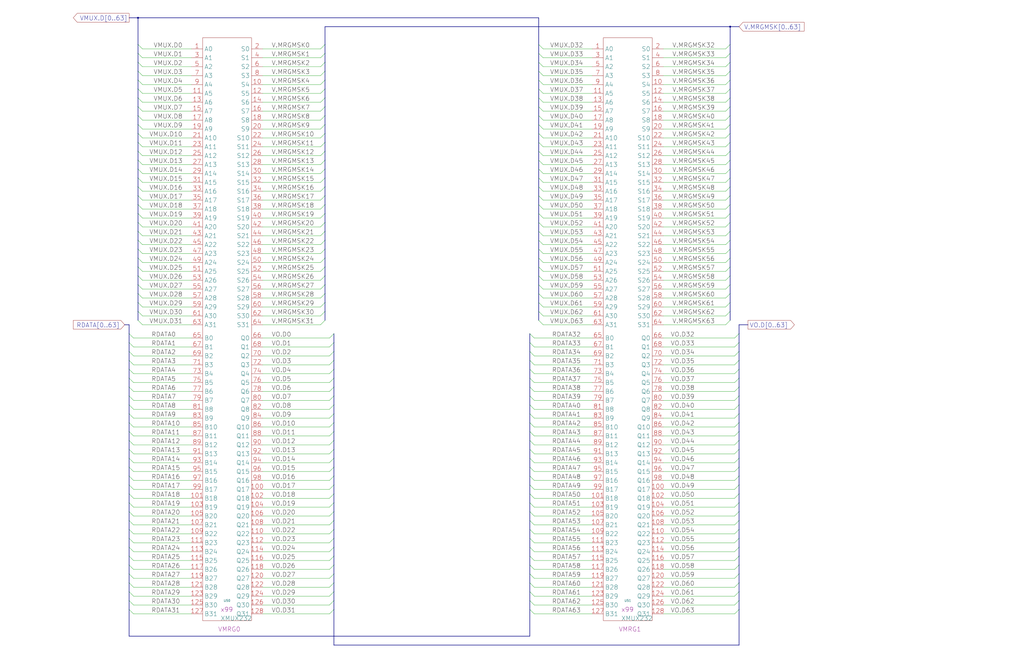
<source format=kicad_sch>
(kicad_sch (version 20230121) (generator eeschema)
  (paper "User" 584.2 378.46)
  (title_block (title "MERGER / VALUE HALF MSB'S") (date "20-MAR-90") (rev "1.0") (comment 1 "FIU") (comment 2 "232-003065") (comment 3 "S400") (comment 4 "RELEASED"))
  (junction (at 416.56 15.24))
  (junction (at 78.74 10.16))
  (bus_entry (at 73.66 342.9) (size 2.54 2.54))
  (bus_entry (at 421.64 205.74) (size -2.54 2.54))
  (bus_entry (at 416.56 25.4) (size -2.54 2.54))
  (bus_entry (at 185.42 81.28) (size -2.54 2.54))
  (bus_entry (at 78.74 45.72) (size 2.54 2.54))
  (bus_entry (at 78.74 76.2) (size 2.54 2.54))
  (bus_entry (at 421.64 287.02) (size -2.54 2.54))
  (bus_entry (at 307.34 121.92) (size 2.54 2.54))
  (bus_entry (at 185.42 60.96) (size -2.54 2.54))
  (bus_entry (at 302.26 287.02) (size 2.54 2.54))
  (bus_entry (at 302.26 195.58) (size 2.54 2.54))
  (bus_entry (at 73.66 312.42) (size 2.54 2.54))
  (bus_entry (at 78.74 147.32) (size 2.54 2.54))
  (bus_entry (at 190.5 342.9) (size -2.54 2.54))
  (bus_entry (at 416.56 55.88) (size -2.54 2.54))
  (bus_entry (at 73.66 241.3) (size 2.54 2.54))
  (bus_entry (at 416.56 50.8) (size -2.54 2.54))
  (bus_entry (at 307.34 86.36) (size 2.54 2.54))
  (bus_entry (at 307.34 132.08) (size 2.54 2.54))
  (bus_entry (at 416.56 121.92) (size -2.54 2.54))
  (bus_entry (at 421.64 231.14) (size -2.54 2.54))
  (bus_entry (at 73.66 226.06) (size 2.54 2.54))
  (bus_entry (at 421.64 246.38) (size -2.54 2.54))
  (bus_entry (at 302.26 200.66) (size 2.54 2.54))
  (bus_entry (at 302.26 215.9) (size 2.54 2.54))
  (bus_entry (at 190.5 292.1) (size -2.54 2.54))
  (bus_entry (at 185.42 71.12) (size -2.54 2.54))
  (bus_entry (at 190.5 210.82) (size -2.54 2.54))
  (bus_entry (at 307.34 167.64) (size 2.54 2.54))
  (bus_entry (at 302.26 236.22) (size 2.54 2.54))
  (bus_entry (at 307.34 96.52) (size 2.54 2.54))
  (bus_entry (at 416.56 142.24) (size -2.54 2.54))
  (bus_entry (at 185.42 162.56) (size -2.54 2.54))
  (bus_entry (at 73.66 347.98) (size 2.54 2.54))
  (bus_entry (at 78.74 40.64) (size 2.54 2.54))
  (bus_entry (at 307.34 25.4) (size 2.54 2.54))
  (bus_entry (at 421.64 220.98) (size -2.54 2.54))
  (bus_entry (at 78.74 172.72) (size 2.54 2.54))
  (bus_entry (at 416.56 127) (size -2.54 2.54))
  (bus_entry (at 185.42 172.72) (size -2.54 2.54))
  (bus_entry (at 302.26 210.82) (size 2.54 2.54))
  (bus_entry (at 190.5 281.94) (size -2.54 2.54))
  (bus_entry (at 307.34 157.48) (size 2.54 2.54))
  (bus_entry (at 302.26 292.1) (size 2.54 2.54))
  (bus_entry (at 416.56 101.6) (size -2.54 2.54))
  (bus_entry (at 78.74 60.96) (size 2.54 2.54))
  (bus_entry (at 307.34 40.64) (size 2.54 2.54))
  (bus_entry (at 73.66 276.86) (size 2.54 2.54))
  (bus_entry (at 302.26 312.42) (size 2.54 2.54))
  (bus_entry (at 190.5 287.02) (size -2.54 2.54))
  (bus_entry (at 307.34 30.48) (size 2.54 2.54))
  (bus_entry (at 78.74 101.6) (size 2.54 2.54))
  (bus_entry (at 190.5 220.98) (size -2.54 2.54))
  (bus_entry (at 421.64 241.3) (size -2.54 2.54))
  (bus_entry (at 185.42 106.68) (size -2.54 2.54))
  (bus_entry (at 416.56 157.48) (size -2.54 2.54))
  (bus_entry (at 307.34 55.88) (size 2.54 2.54))
  (bus_entry (at 421.64 266.7) (size -2.54 2.54))
  (bus_entry (at 78.74 142.24) (size 2.54 2.54))
  (bus_entry (at 190.5 327.66) (size -2.54 2.54))
  (bus_entry (at 421.64 190.5) (size -2.54 2.54))
  (bus_entry (at 185.42 86.36) (size -2.54 2.54))
  (bus_entry (at 78.74 66.04) (size 2.54 2.54))
  (bus_entry (at 421.64 256.54) (size -2.54 2.54))
  (bus_entry (at 307.34 111.76) (size 2.54 2.54))
  (bus_entry (at 307.34 162.56) (size 2.54 2.54))
  (bus_entry (at 73.66 195.58) (size 2.54 2.54))
  (bus_entry (at 421.64 226.06) (size -2.54 2.54))
  (bus_entry (at 190.5 337.82) (size -2.54 2.54))
  (bus_entry (at 185.42 132.08) (size -2.54 2.54))
  (bus_entry (at 73.66 200.66) (size 2.54 2.54))
  (bus_entry (at 78.74 121.92) (size 2.54 2.54))
  (bus_entry (at 73.66 231.14) (size 2.54 2.54))
  (bus_entry (at 185.42 40.64) (size -2.54 2.54))
  (bus_entry (at 302.26 266.7) (size 2.54 2.54))
  (bus_entry (at 416.56 81.28) (size -2.54 2.54))
  (bus_entry (at 416.56 30.48) (size -2.54 2.54))
  (bus_entry (at 302.26 246.38) (size 2.54 2.54))
  (bus_entry (at 421.64 200.66) (size -2.54 2.54))
  (bus_entry (at 421.64 312.42) (size -2.54 2.54))
  (bus_entry (at 302.26 256.54) (size 2.54 2.54))
  (bus_entry (at 185.42 66.04) (size -2.54 2.54))
  (bus_entry (at 78.74 152.4) (size 2.54 2.54))
  (bus_entry (at 190.5 246.38) (size -2.54 2.54))
  (bus_entry (at 302.26 190.5) (size 2.54 2.54))
  (bus_entry (at 73.66 287.02) (size 2.54 2.54))
  (bus_entry (at 416.56 152.4) (size -2.54 2.54))
  (bus_entry (at 78.74 50.8) (size 2.54 2.54))
  (bus_entry (at 421.64 322.58) (size -2.54 2.54))
  (bus_entry (at 185.42 101.6) (size -2.54 2.54))
  (bus_entry (at 416.56 132.08) (size -2.54 2.54))
  (bus_entry (at 73.66 215.9) (size 2.54 2.54))
  (bus_entry (at 185.42 152.4) (size -2.54 2.54))
  (bus_entry (at 307.34 35.56) (size 2.54 2.54))
  (bus_entry (at 416.56 66.04) (size -2.54 2.54))
  (bus_entry (at 302.26 342.9) (size 2.54 2.54))
  (bus_entry (at 190.5 226.06) (size -2.54 2.54))
  (bus_entry (at 190.5 322.58) (size -2.54 2.54))
  (bus_entry (at 302.26 307.34) (size 2.54 2.54))
  (bus_entry (at 78.74 55.88) (size 2.54 2.54))
  (bus_entry (at 416.56 106.68) (size -2.54 2.54))
  (bus_entry (at 185.42 25.4) (size -2.54 2.54))
  (bus_entry (at 185.42 30.48) (size -2.54 2.54))
  (bus_entry (at 78.74 35.56) (size 2.54 2.54))
  (bus_entry (at 78.74 86.36) (size 2.54 2.54))
  (bus_entry (at 190.5 347.98) (size -2.54 2.54))
  (bus_entry (at 190.5 236.22) (size -2.54 2.54))
  (bus_entry (at 78.74 116.84) (size 2.54 2.54))
  (bus_entry (at 78.74 157.48) (size 2.54 2.54))
  (bus_entry (at 185.42 76.2) (size -2.54 2.54))
  (bus_entry (at 416.56 137.16) (size -2.54 2.54))
  (bus_entry (at 185.42 167.64) (size -2.54 2.54))
  (bus_entry (at 416.56 167.64) (size -2.54 2.54))
  (bus_entry (at 421.64 302.26) (size -2.54 2.54))
  (bus_entry (at 307.34 66.04) (size 2.54 2.54))
  (bus_entry (at 307.34 76.2) (size 2.54 2.54))
  (bus_entry (at 190.5 195.58) (size -2.54 2.54))
  (bus_entry (at 307.34 45.72) (size 2.54 2.54))
  (bus_entry (at 73.66 302.26) (size 2.54 2.54))
  (bus_entry (at 78.74 25.4) (size 2.54 2.54))
  (bus_entry (at 302.26 261.62) (size 2.54 2.54))
  (bus_entry (at 302.26 226.06) (size 2.54 2.54))
  (bus_entry (at 307.34 152.4) (size 2.54 2.54))
  (bus_entry (at 73.66 236.22) (size 2.54 2.54))
  (bus_entry (at 190.5 215.9) (size -2.54 2.54))
  (bus_entry (at 416.56 60.96) (size -2.54 2.54))
  (bus_entry (at 78.74 111.76) (size 2.54 2.54))
  (bus_entry (at 421.64 261.62) (size -2.54 2.54))
  (bus_entry (at 185.42 121.92) (size -2.54 2.54))
  (bus_entry (at 307.34 172.72) (size 2.54 2.54))
  (bus_entry (at 185.42 96.52) (size -2.54 2.54))
  (bus_entry (at 421.64 342.9) (size -2.54 2.54))
  (bus_entry (at 185.42 177.8) (size -2.54 2.54))
  (bus_entry (at 78.74 91.44) (size 2.54 2.54))
  (bus_entry (at 421.64 215.9) (size -2.54 2.54))
  (bus_entry (at 185.42 91.44) (size -2.54 2.54))
  (bus_entry (at 416.56 177.8) (size -2.54 2.54))
  (bus_entry (at 78.74 127) (size 2.54 2.54))
  (bus_entry (at 416.56 111.76) (size -2.54 2.54))
  (bus_entry (at 73.66 337.82) (size 2.54 2.54))
  (bus_entry (at 73.66 266.7) (size 2.54 2.54))
  (bus_entry (at 302.26 347.98) (size 2.54 2.54))
  (bus_entry (at 302.26 241.3) (size 2.54 2.54))
  (bus_entry (at 190.5 231.14) (size -2.54 2.54))
  (bus_entry (at 421.64 317.5) (size -2.54 2.54))
  (bus_entry (at 421.64 292.1) (size -2.54 2.54))
  (bus_entry (at 416.56 172.72) (size -2.54 2.54))
  (bus_entry (at 302.26 220.98) (size 2.54 2.54))
  (bus_entry (at 421.64 332.74) (size -2.54 2.54))
  (bus_entry (at 307.34 177.8) (size 2.54 2.54))
  (bus_entry (at 302.26 281.94) (size 2.54 2.54))
  (bus_entry (at 307.34 81.28) (size 2.54 2.54))
  (bus_entry (at 302.26 251.46) (size 2.54 2.54))
  (bus_entry (at 185.42 157.48) (size -2.54 2.54))
  (bus_entry (at 185.42 45.72) (size -2.54 2.54))
  (bus_entry (at 421.64 337.82) (size -2.54 2.54))
  (bus_entry (at 78.74 81.28) (size 2.54 2.54))
  (bus_entry (at 73.66 297.18) (size 2.54 2.54))
  (bus_entry (at 302.26 322.58) (size 2.54 2.54))
  (bus_entry (at 73.66 327.66) (size 2.54 2.54))
  (bus_entry (at 421.64 281.94) (size -2.54 2.54))
  (bus_entry (at 421.64 195.58) (size -2.54 2.54))
  (bus_entry (at 73.66 256.54) (size 2.54 2.54))
  (bus_entry (at 190.5 261.62) (size -2.54 2.54))
  (bus_entry (at 73.66 205.74) (size 2.54 2.54))
  (bus_entry (at 421.64 307.34) (size -2.54 2.54))
  (bus_entry (at 190.5 266.7) (size -2.54 2.54))
  (bus_entry (at 73.66 271.78) (size 2.54 2.54))
  (bus_entry (at 302.26 231.14) (size 2.54 2.54))
  (bus_entry (at 416.56 182.88) (size -2.54 2.54))
  (bus_entry (at 416.56 147.32) (size -2.54 2.54))
  (bus_entry (at 78.74 106.68) (size 2.54 2.54))
  (bus_entry (at 73.66 246.38) (size 2.54 2.54))
  (bus_entry (at 421.64 347.98) (size -2.54 2.54))
  (bus_entry (at 190.5 332.74) (size -2.54 2.54))
  (bus_entry (at 190.5 256.54) (size -2.54 2.54))
  (bus_entry (at 421.64 251.46) (size -2.54 2.54))
  (bus_entry (at 190.5 302.26) (size -2.54 2.54))
  (bus_entry (at 416.56 45.72) (size -2.54 2.54))
  (bus_entry (at 416.56 116.84) (size -2.54 2.54))
  (bus_entry (at 185.42 111.76) (size -2.54 2.54))
  (bus_entry (at 190.5 276.86) (size -2.54 2.54))
  (bus_entry (at 307.34 91.44) (size 2.54 2.54))
  (bus_entry (at 190.5 241.3) (size -2.54 2.54))
  (bus_entry (at 302.26 337.82) (size 2.54 2.54))
  (bus_entry (at 185.42 142.24) (size -2.54 2.54))
  (bus_entry (at 78.74 71.12) (size 2.54 2.54))
  (bus_entry (at 421.64 276.86) (size -2.54 2.54))
  (bus_entry (at 185.42 35.56) (size -2.54 2.54))
  (bus_entry (at 78.74 132.08) (size 2.54 2.54))
  (bus_entry (at 73.66 281.94) (size 2.54 2.54))
  (bus_entry (at 190.5 251.46) (size -2.54 2.54))
  (bus_entry (at 185.42 50.8) (size -2.54 2.54))
  (bus_entry (at 307.34 147.32) (size 2.54 2.54))
  (bus_entry (at 307.34 106.68) (size 2.54 2.54))
  (bus_entry (at 307.34 116.84) (size 2.54 2.54))
  (bus_entry (at 185.42 137.16) (size -2.54 2.54))
  (bus_entry (at 78.74 96.52) (size 2.54 2.54))
  (bus_entry (at 302.26 205.74) (size 2.54 2.54))
  (bus_entry (at 78.74 167.64) (size 2.54 2.54))
  (bus_entry (at 416.56 40.64) (size -2.54 2.54))
  (bus_entry (at 185.42 182.88) (size -2.54 2.54))
  (bus_entry (at 190.5 190.5) (size -2.54 2.54))
  (bus_entry (at 190.5 271.78) (size -2.54 2.54))
  (bus_entry (at 421.64 271.78) (size -2.54 2.54))
  (bus_entry (at 190.5 297.18) (size -2.54 2.54))
  (bus_entry (at 302.26 271.78) (size 2.54 2.54))
  (bus_entry (at 307.34 142.24) (size 2.54 2.54))
  (bus_entry (at 421.64 236.22) (size -2.54 2.54))
  (bus_entry (at 190.5 317.5) (size -2.54 2.54))
  (bus_entry (at 73.66 332.74) (size 2.54 2.54))
  (bus_entry (at 302.26 327.66) (size 2.54 2.54))
  (bus_entry (at 190.5 312.42) (size -2.54 2.54))
  (bus_entry (at 185.42 116.84) (size -2.54 2.54))
  (bus_entry (at 307.34 71.12) (size 2.54 2.54))
  (bus_entry (at 73.66 190.5) (size 2.54 2.54))
  (bus_entry (at 185.42 127) (size -2.54 2.54))
  (bus_entry (at 73.66 220.98) (size 2.54 2.54))
  (bus_entry (at 307.34 127) (size 2.54 2.54))
  (bus_entry (at 416.56 162.56) (size -2.54 2.54))
  (bus_entry (at 416.56 71.12) (size -2.54 2.54))
  (bus_entry (at 416.56 96.52) (size -2.54 2.54))
  (bus_entry (at 190.5 200.66) (size -2.54 2.54))
  (bus_entry (at 185.42 55.88) (size -2.54 2.54))
  (bus_entry (at 190.5 205.74) (size -2.54 2.54))
  (bus_entry (at 185.42 147.32) (size -2.54 2.54))
  (bus_entry (at 190.5 307.34) (size -2.54 2.54))
  (bus_entry (at 307.34 50.8) (size 2.54 2.54))
  (bus_entry (at 73.66 210.82) (size 2.54 2.54))
  (bus_entry (at 416.56 76.2) (size -2.54 2.54))
  (bus_entry (at 416.56 86.36) (size -2.54 2.54))
  (bus_entry (at 302.26 297.18) (size 2.54 2.54))
  (bus_entry (at 421.64 210.82) (size -2.54 2.54))
  (bus_entry (at 73.66 322.58) (size 2.54 2.54))
  (bus_entry (at 73.66 261.62) (size 2.54 2.54))
  (bus_entry (at 302.26 317.5) (size 2.54 2.54))
  (bus_entry (at 307.34 101.6) (size 2.54 2.54))
  (bus_entry (at 73.66 317.5) (size 2.54 2.54))
  (bus_entry (at 307.34 137.16) (size 2.54 2.54))
  (bus_entry (at 302.26 302.26) (size 2.54 2.54))
  (bus_entry (at 78.74 177.8) (size 2.54 2.54))
  (bus_entry (at 302.26 276.86) (size 2.54 2.54))
  (bus_entry (at 421.64 297.18) (size -2.54 2.54))
  (bus_entry (at 73.66 292.1) (size 2.54 2.54))
  (bus_entry (at 73.66 307.34) (size 2.54 2.54))
  (bus_entry (at 416.56 35.56) (size -2.54 2.54))
  (bus_entry (at 78.74 30.48) (size 2.54 2.54))
  (bus_entry (at 302.26 332.74) (size 2.54 2.54))
  (bus_entry (at 416.56 91.44) (size -2.54 2.54))
  (bus_entry (at 73.66 251.46) (size 2.54 2.54))
  (bus_entry (at 78.74 137.16) (size 2.54 2.54))
  (bus_entry (at 307.34 60.96) (size 2.54 2.54))
  (bus_entry (at 421.64 327.66) (size -2.54 2.54))
  (bus_entry (at 307.34 182.88) (size 2.54 2.54))
  (bus_entry (at 78.74 182.88) (size 2.54 2.54))
  (bus_entry (at 78.74 162.56) (size 2.54 2.54))
  (wire (pts (xy 337.82 38.1) (xy 309.88 38.1)))
  (bus (pts (xy 416.56 66.04) (xy 416.56 71.12)))
  (bus (pts (xy 416.56 172.72) (xy 416.56 177.8)))
  (wire (pts (xy 187.96 233.68) (xy 149.86 233.68)))
  (wire (pts (xy 187.96 223.52) (xy 149.86 223.52)))
  (bus (pts (xy 421.64 317.5) (xy 421.64 322.58)))
  (wire (pts (xy 337.82 88.9) (xy 309.88 88.9)))
  (bus (pts (xy 421.64 195.58) (xy 421.64 200.66)))
  (bus (pts (xy 78.74 50.8) (xy 78.74 55.88)))
  (bus (pts (xy 416.56 25.4) (xy 416.56 30.48)))
  (bus (pts (xy 302.26 205.74) (xy 302.26 210.82)))
  (bus (pts (xy 190.5 302.26) (xy 190.5 307.34)))
  (wire (pts (xy 337.82 27.94) (xy 309.88 27.94)))
  (bus (pts (xy 185.42 121.92) (xy 185.42 127)))
  (bus (pts (xy 307.34 55.88) (xy 307.34 60.96)))
  (bus (pts (xy 421.64 15.24) (xy 416.56 15.24)))
  (wire (pts (xy 378.46 180.34) (xy 414.02 180.34)))
  (bus (pts (xy 73.66 322.58) (xy 73.66 327.66)))
  (bus (pts (xy 421.64 266.7) (xy 421.64 271.78)))
  (bus (pts (xy 302.26 231.14) (xy 302.26 236.22)))
  (bus (pts (xy 185.42 152.4) (xy 185.42 157.48)))
  (wire (pts (xy 378.46 154.94) (xy 414.02 154.94)))
  (bus (pts (xy 307.34 152.4) (xy 307.34 157.48)))
  (bus (pts (xy 302.26 317.5) (xy 302.26 322.58)))
  (bus (pts (xy 185.42 96.52) (xy 185.42 101.6)))
  (wire (pts (xy 149.86 63.5) (xy 182.88 63.5)))
  (wire (pts (xy 419.1 248.92) (xy 378.46 248.92)))
  (wire (pts (xy 76.2 340.36) (xy 109.22 340.36)))
  (bus (pts (xy 78.74 111.76) (xy 78.74 116.84)))
  (bus (pts (xy 421.64 312.42) (xy 421.64 317.5)))
  (wire (pts (xy 419.1 279.4) (xy 378.46 279.4)))
  (wire (pts (xy 419.1 203.2) (xy 378.46 203.2)))
  (bus (pts (xy 302.26 271.78) (xy 302.26 276.86)))
  (wire (pts (xy 419.1 284.48) (xy 378.46 284.48)))
  (bus (pts (xy 421.64 297.18) (xy 421.64 302.26)))
  (wire (pts (xy 304.8 279.4) (xy 337.82 279.4)))
  (bus (pts (xy 421.64 210.82) (xy 421.64 215.9)))
  (wire (pts (xy 419.1 243.84) (xy 378.46 243.84)))
  (wire (pts (xy 337.82 33.02) (xy 309.88 33.02)))
  (bus (pts (xy 307.34 162.56) (xy 307.34 167.64)))
  (bus (pts (xy 421.64 246.38) (xy 421.64 251.46)))
  (wire (pts (xy 419.1 340.36) (xy 378.46 340.36)))
  (bus (pts (xy 416.56 55.88) (xy 416.56 60.96)))
  (wire (pts (xy 378.46 124.46) (xy 414.02 124.46)))
  (bus (pts (xy 78.74 162.56) (xy 78.74 167.64)))
  (wire (pts (xy 149.86 160.02) (xy 182.88 160.02)))
  (bus (pts (xy 302.26 256.54) (xy 302.26 261.62)))
  (wire (pts (xy 109.22 154.94) (xy 81.28 154.94)))
  (bus (pts (xy 190.5 266.7) (xy 190.5 271.78)))
  (wire (pts (xy 109.22 48.26) (xy 81.28 48.26)))
  (bus (pts (xy 302.26 337.82) (xy 302.26 342.9)))
  (wire (pts (xy 378.46 48.26) (xy 414.02 48.26)))
  (bus (pts (xy 416.56 116.84) (xy 416.56 121.92)))
  (bus (pts (xy 185.42 30.48) (xy 185.42 35.56)))
  (wire (pts (xy 149.86 170.18) (xy 182.88 170.18)))
  (wire (pts (xy 378.46 109.22) (xy 414.02 109.22)))
  (bus (pts (xy 302.26 220.98) (xy 302.26 226.06)))
  (wire (pts (xy 149.86 58.42) (xy 182.88 58.42)))
  (wire (pts (xy 187.96 284.48) (xy 149.86 284.48)))
  (wire (pts (xy 187.96 198.12) (xy 149.86 198.12)))
  (wire (pts (xy 304.8 269.24) (xy 337.82 269.24)))
  (bus (pts (xy 190.5 205.74) (xy 190.5 210.82)))
  (bus (pts (xy 307.34 172.72) (xy 307.34 177.8)))
  (bus (pts (xy 190.5 236.22) (xy 190.5 241.3)))
  (bus (pts (xy 190.5 200.66) (xy 190.5 205.74)))
  (wire (pts (xy 76.2 228.6) (xy 109.22 228.6)))
  (bus (pts (xy 73.66 287.02) (xy 73.66 292.1)))
  (wire (pts (xy 76.2 254) (xy 109.22 254)))
  (wire (pts (xy 187.96 259.08) (xy 149.86 259.08)))
  (wire (pts (xy 109.22 129.54) (xy 81.28 129.54)))
  (bus (pts (xy 302.26 261.62) (xy 302.26 266.7)))
  (bus (pts (xy 416.56 15.24) (xy 416.56 25.4)))
  (bus (pts (xy 73.66 190.5) (xy 73.66 195.58)))
  (wire (pts (xy 419.1 254) (xy 378.46 254)))
  (wire (pts (xy 337.82 134.62) (xy 309.88 134.62)))
  (bus (pts (xy 190.5 297.18) (xy 190.5 302.26)))
  (bus (pts (xy 190.5 276.86) (xy 190.5 281.94)))
  (bus (pts (xy 421.64 342.9) (xy 421.64 347.98)))
  (wire (pts (xy 187.96 289.56) (xy 149.86 289.56)))
  (bus (pts (xy 421.64 236.22) (xy 421.64 241.3)))
  (wire (pts (xy 149.86 73.66) (xy 182.88 73.66)))
  (bus (pts (xy 190.5 347.98) (xy 190.5 368.3)))
  (wire (pts (xy 109.22 33.02) (xy 81.28 33.02)))
  (bus (pts (xy 421.64 185.42) (xy 421.64 190.5)))
  (wire (pts (xy 378.46 185.42) (xy 414.02 185.42)))
  (wire (pts (xy 419.1 259.08) (xy 378.46 259.08)))
  (bus (pts (xy 78.74 101.6) (xy 78.74 106.68)))
  (bus (pts (xy 73.66 256.54) (xy 73.66 261.62)))
  (wire (pts (xy 149.86 154.94) (xy 182.88 154.94)))
  (bus (pts (xy 73.66 200.66) (xy 73.66 205.74)))
  (bus (pts (xy 185.42 182.88) (xy 185.42 177.8)))
  (wire (pts (xy 337.82 53.34) (xy 309.88 53.34)))
  (bus (pts (xy 307.34 106.68) (xy 307.34 111.76)))
  (wire (pts (xy 378.46 73.66) (xy 414.02 73.66)))
  (wire (pts (xy 304.8 228.6) (xy 337.82 228.6)))
  (wire (pts (xy 304.8 264.16) (xy 337.82 264.16)))
  (bus (pts (xy 73.66 342.9) (xy 73.66 347.98)))
  (wire (pts (xy 149.86 144.78) (xy 182.88 144.78)))
  (wire (pts (xy 337.82 185.42) (xy 309.88 185.42)))
  (bus (pts (xy 73.66 363.22) (xy 302.26 363.22)))
  (wire (pts (xy 187.96 218.44) (xy 149.86 218.44)))
  (bus (pts (xy 78.74 60.96) (xy 78.74 66.04)))
  (bus (pts (xy 307.34 127) (xy 307.34 132.08)))
  (bus (pts (xy 307.34 81.28) (xy 307.34 86.36)))
  (wire (pts (xy 378.46 170.18) (xy 414.02 170.18)))
  (bus (pts (xy 185.42 45.72) (xy 185.42 50.8)))
  (wire (pts (xy 109.22 38.1) (xy 81.28 38.1)))
  (bus (pts (xy 73.66 236.22) (xy 73.66 241.3)))
  (bus (pts (xy 307.34 45.72) (xy 307.34 50.8)))
  (wire (pts (xy 109.22 93.98) (xy 81.28 93.98)))
  (wire (pts (xy 378.46 175.26) (xy 414.02 175.26)))
  (wire (pts (xy 109.22 124.46) (xy 81.28 124.46)))
  (wire (pts (xy 149.86 180.34) (xy 182.88 180.34)))
  (bus (pts (xy 73.66 307.34) (xy 73.66 312.42)))
  (bus (pts (xy 421.64 205.74) (xy 421.64 210.82)))
  (wire (pts (xy 187.96 320.04) (xy 149.86 320.04)))
  (bus (pts (xy 416.56 60.96) (xy 416.56 66.04)))
  (bus (pts (xy 307.34 35.56) (xy 307.34 40.64)))
  (bus (pts (xy 307.34 177.8) (xy 307.34 182.88)))
  (wire (pts (xy 149.86 38.1) (xy 182.88 38.1)))
  (wire (pts (xy 337.82 165.1) (xy 309.88 165.1)))
  (bus (pts (xy 73.66 347.98) (xy 73.66 363.22)))
  (bus (pts (xy 416.56 147.32) (xy 416.56 152.4)))
  (bus (pts (xy 421.64 261.62) (xy 421.64 266.7)))
  (bus (pts (xy 307.34 157.48) (xy 307.34 162.56)))
  (wire (pts (xy 337.82 83.82) (xy 309.88 83.82)))
  (wire (pts (xy 378.46 53.34) (xy 414.02 53.34)))
  (bus (pts (xy 416.56 162.56) (xy 416.56 167.64)))
  (bus (pts (xy 307.34 25.4) (xy 307.34 30.48)))
  (bus (pts (xy 421.64 302.26) (xy 421.64 307.34)))
  (bus (pts (xy 307.34 86.36) (xy 307.34 91.44)))
  (bus (pts (xy 185.42 101.6) (xy 185.42 106.68)))
  (bus (pts (xy 307.34 137.16) (xy 307.34 142.24)))
  (wire (pts (xy 419.1 238.76) (xy 378.46 238.76)))
  (wire (pts (xy 304.8 248.92) (xy 337.82 248.92)))
  (bus (pts (xy 190.5 307.34) (xy 190.5 312.42)))
  (bus (pts (xy 421.64 256.54) (xy 421.64 261.62)))
  (wire (pts (xy 149.86 68.58) (xy 182.88 68.58)))
  (wire (pts (xy 109.22 53.34) (xy 81.28 53.34)))
  (wire (pts (xy 109.22 180.34) (xy 81.28 180.34)))
  (bus (pts (xy 78.74 96.52) (xy 78.74 101.6)))
  (bus (pts (xy 185.42 147.32) (xy 185.42 152.4)))
  (bus (pts (xy 190.5 368.3) (xy 421.64 368.3)))
  (wire (pts (xy 187.96 345.44) (xy 149.86 345.44)))
  (wire (pts (xy 109.22 170.18) (xy 81.28 170.18)))
  (wire (pts (xy 419.1 193.04) (xy 378.46 193.04)))
  (bus (pts (xy 185.42 15.24) (xy 416.56 15.24)))
  (bus (pts (xy 302.26 226.06) (xy 302.26 231.14)))
  (bus (pts (xy 416.56 127) (xy 416.56 132.08)))
  (wire (pts (xy 337.82 149.86) (xy 309.88 149.86)))
  (wire (pts (xy 149.86 149.86) (xy 182.88 149.86)))
  (wire (pts (xy 76.2 208.28) (xy 109.22 208.28)))
  (bus (pts (xy 416.56 86.36) (xy 416.56 91.44)))
  (bus (pts (xy 302.26 266.7) (xy 302.26 271.78)))
  (wire (pts (xy 304.8 223.52) (xy 337.82 223.52)))
  (wire (pts (xy 187.96 248.92) (xy 149.86 248.92)))
  (wire (pts (xy 109.22 185.42) (xy 81.28 185.42)))
  (bus (pts (xy 185.42 162.56) (xy 185.42 167.64)))
  (wire (pts (xy 187.96 228.6) (xy 149.86 228.6)))
  (wire (pts (xy 109.22 58.42) (xy 81.28 58.42)))
  (wire (pts (xy 149.86 114.3) (xy 182.88 114.3)))
  (bus (pts (xy 78.74 10.16) (xy 307.34 10.16)))
  (bus (pts (xy 421.64 220.98) (xy 421.64 226.06)))
  (bus (pts (xy 302.26 297.18) (xy 302.26 302.26)))
  (bus (pts (xy 421.64 337.82) (xy 421.64 342.9)))
  (bus (pts (xy 302.26 276.86) (xy 302.26 281.94)))
  (bus (pts (xy 73.66 190.5) (xy 73.66 185.42)))
  (bus (pts (xy 307.34 76.2) (xy 307.34 81.28)))
  (wire (pts (xy 304.8 320.04) (xy 337.82 320.04)))
  (wire (pts (xy 378.46 139.7) (xy 414.02 139.7)))
  (wire (pts (xy 378.46 83.82) (xy 414.02 83.82)))
  (bus (pts (xy 73.66 185.42) (xy 71.12 185.42)))
  (bus (pts (xy 302.26 302.26) (xy 302.26 307.34)))
  (wire (pts (xy 419.1 213.36) (xy 378.46 213.36)))
  (bus (pts (xy 307.34 132.08) (xy 307.34 137.16)))
  (bus (pts (xy 78.74 30.48) (xy 78.74 35.56)))
  (bus (pts (xy 78.74 71.12) (xy 78.74 76.2)))
  (bus (pts (xy 190.5 292.1) (xy 190.5 297.18)))
  (bus (pts (xy 190.5 261.62) (xy 190.5 266.7)))
  (wire (pts (xy 187.96 325.12) (xy 149.86 325.12)))
  (bus (pts (xy 307.34 30.48) (xy 307.34 35.56)))
  (bus (pts (xy 421.64 226.06) (xy 421.64 231.14)))
  (wire (pts (xy 109.22 104.14) (xy 81.28 104.14)))
  (wire (pts (xy 109.22 139.7) (xy 81.28 139.7)))
  (bus (pts (xy 307.34 121.92) (xy 307.34 127)))
  (bus (pts (xy 190.5 327.66) (xy 190.5 332.74)))
  (bus (pts (xy 78.74 45.72) (xy 78.74 50.8)))
  (wire (pts (xy 304.8 325.12) (xy 337.82 325.12)))
  (wire (pts (xy 149.86 104.14) (xy 182.88 104.14)))
  (wire (pts (xy 304.8 340.36) (xy 337.82 340.36)))
  (wire (pts (xy 304.8 314.96) (xy 337.82 314.96)))
  (bus (pts (xy 307.34 10.16) (xy 307.34 25.4)))
  (bus (pts (xy 190.5 215.9) (xy 190.5 220.98)))
  (bus (pts (xy 78.74 127) (xy 78.74 132.08)))
  (wire (pts (xy 76.2 193.04) (xy 109.22 193.04)))
  (bus (pts (xy 421.64 215.9) (xy 421.64 220.98)))
  (wire (pts (xy 149.86 43.18) (xy 182.88 43.18)))
  (wire (pts (xy 337.82 114.3) (xy 309.88 114.3)))
  (bus (pts (xy 307.34 40.64) (xy 307.34 45.72)))
  (bus (pts (xy 302.26 251.46) (xy 302.26 256.54)))
  (bus (pts (xy 78.74 10.16) (xy 78.74 25.4)))
  (wire (pts (xy 149.86 175.26) (xy 182.88 175.26)))
  (wire (pts (xy 419.1 320.04) (xy 378.46 320.04)))
  (bus (pts (xy 421.64 231.14) (xy 421.64 236.22)))
  (wire (pts (xy 76.2 279.4) (xy 109.22 279.4)))
  (bus (pts (xy 185.42 35.56) (xy 185.42 40.64)))
  (bus (pts (xy 302.26 246.38) (xy 302.26 251.46)))
  (bus (pts (xy 307.34 147.32) (xy 307.34 152.4)))
  (wire (pts (xy 378.46 93.98) (xy 414.02 93.98)))
  (bus (pts (xy 78.74 35.56) (xy 78.74 40.64)))
  (wire (pts (xy 109.22 160.02) (xy 81.28 160.02)))
  (bus (pts (xy 73.66 231.14) (xy 73.66 236.22)))
  (bus (pts (xy 307.34 116.84) (xy 307.34 121.92)))
  (wire (pts (xy 149.86 83.82) (xy 182.88 83.82)))
  (bus (pts (xy 73.66 10.16) (xy 78.74 10.16)))
  (wire (pts (xy 337.82 170.18) (xy 309.88 170.18)))
  (bus (pts (xy 307.34 66.04) (xy 307.34 71.12)))
  (wire (pts (xy 149.86 134.62) (xy 182.88 134.62)))
  (wire (pts (xy 149.86 48.26) (xy 182.88 48.26)))
  (bus (pts (xy 78.74 25.4) (xy 78.74 30.48)))
  (bus (pts (xy 421.64 332.74) (xy 421.64 337.82)))
  (wire (pts (xy 304.8 203.2) (xy 337.82 203.2)))
  (bus (pts (xy 302.26 327.66) (xy 302.26 332.74)))
  (bus (pts (xy 416.56 30.48) (xy 416.56 35.56)))
  (bus (pts (xy 307.34 101.6) (xy 307.34 106.68)))
  (wire (pts (xy 149.86 99.06) (xy 182.88 99.06)))
  (bus (pts (xy 421.64 200.66) (xy 421.64 205.74)))
  (wire (pts (xy 378.46 33.02) (xy 414.02 33.02)))
  (bus (pts (xy 73.66 292.1) (xy 73.66 297.18)))
  (bus (pts (xy 416.56 157.48) (xy 416.56 162.56)))
  (wire (pts (xy 304.8 198.12) (xy 337.82 198.12)))
  (bus (pts (xy 73.66 302.26) (xy 73.66 307.34)))
  (wire (pts (xy 337.82 175.26) (xy 309.88 175.26)))
  (bus (pts (xy 190.5 210.82) (xy 190.5 215.9)))
  (wire (pts (xy 378.46 88.9) (xy 414.02 88.9)))
  (wire (pts (xy 76.2 233.68) (xy 109.22 233.68)))
  (wire (pts (xy 304.8 218.44) (xy 337.82 218.44)))
  (bus (pts (xy 307.34 96.52) (xy 307.34 101.6)))
  (wire (pts (xy 419.1 294.64) (xy 378.46 294.64)))
  (wire (pts (xy 76.2 309.88) (xy 109.22 309.88)))
  (wire (pts (xy 187.96 238.76) (xy 149.86 238.76)))
  (bus (pts (xy 302.26 363.22) (xy 302.26 347.98)))
  (wire (pts (xy 304.8 213.36) (xy 337.82 213.36)))
  (wire (pts (xy 304.8 259.08) (xy 337.82 259.08)))
  (wire (pts (xy 304.8 299.72) (xy 337.82 299.72)))
  (bus (pts (xy 78.74 147.32) (xy 78.74 152.4)))
  (wire (pts (xy 378.46 58.42) (xy 414.02 58.42)))
  (bus (pts (xy 307.34 91.44) (xy 307.34 96.52)))
  (bus (pts (xy 421.64 271.78) (xy 421.64 276.86)))
  (bus (pts (xy 190.5 322.58) (xy 190.5 327.66)))
  (bus (pts (xy 421.64 281.94) (xy 421.64 287.02)))
  (bus (pts (xy 421.64 190.5) (xy 421.64 195.58)))
  (bus (pts (xy 78.74 152.4) (xy 78.74 157.48)))
  (bus (pts (xy 185.42 111.76) (xy 185.42 116.84)))
  (wire (pts (xy 76.2 213.36) (xy 109.22 213.36)))
  (wire (pts (xy 419.1 274.32) (xy 378.46 274.32)))
  (wire (pts (xy 187.96 299.72) (xy 149.86 299.72)))
  (bus (pts (xy 190.5 231.14) (xy 190.5 236.22)))
  (bus (pts (xy 307.34 111.76) (xy 307.34 116.84)))
  (bus (pts (xy 421.64 241.3) (xy 421.64 246.38)))
  (wire (pts (xy 109.22 27.94) (xy 81.28 27.94)))
  (wire (pts (xy 304.8 289.56) (xy 337.82 289.56)))
  (wire (pts (xy 76.2 304.8) (xy 109.22 304.8)))
  (wire (pts (xy 304.8 330.2) (xy 337.82 330.2)))
  (wire (pts (xy 149.86 53.34) (xy 182.88 53.34)))
  (bus (pts (xy 416.56 101.6) (xy 416.56 106.68)))
  (wire (pts (xy 304.8 243.84) (xy 337.82 243.84)))
  (wire (pts (xy 76.2 203.2) (xy 109.22 203.2)))
  (bus (pts (xy 190.5 251.46) (xy 190.5 256.54)))
  (bus (pts (xy 73.66 210.82) (xy 73.66 215.9)))
  (bus (pts (xy 302.26 200.66) (xy 302.26 205.74)))
  (wire (pts (xy 378.46 78.74) (xy 414.02 78.74)))
  (wire (pts (xy 149.86 33.02) (xy 182.88 33.02)))
  (bus (pts (xy 302.26 312.42) (xy 302.26 317.5)))
  (bus (pts (xy 73.66 205.74) (xy 73.66 210.82)))
  (bus (pts (xy 78.74 91.44) (xy 78.74 96.52)))
  (wire (pts (xy 76.2 350.52) (xy 109.22 350.52)))
  (bus (pts (xy 78.74 177.8) (xy 78.74 182.88)))
  (wire (pts (xy 419.1 350.52) (xy 378.46 350.52)))
  (wire (pts (xy 109.22 165.1) (xy 81.28 165.1)))
  (bus (pts (xy 190.5 241.3) (xy 190.5 246.38)))
  (wire (pts (xy 187.96 269.24) (xy 149.86 269.24)))
  (wire (pts (xy 149.86 129.54) (xy 182.88 129.54)))
  (wire (pts (xy 149.86 88.9) (xy 182.88 88.9)))
  (wire (pts (xy 187.96 330.2) (xy 149.86 330.2)))
  (wire (pts (xy 304.8 274.32) (xy 337.82 274.32)))
  (bus (pts (xy 302.26 322.58) (xy 302.26 327.66)))
  (bus (pts (xy 416.56 142.24) (xy 416.56 147.32)))
  (wire (pts (xy 76.2 289.56) (xy 109.22 289.56)))
  (bus (pts (xy 73.66 246.38) (xy 73.66 251.46)))
  (bus (pts (xy 185.42 157.48) (xy 185.42 162.56)))
  (bus (pts (xy 307.34 71.12) (xy 307.34 76.2)))
  (wire (pts (xy 419.1 289.56) (xy 378.46 289.56)))
  (wire (pts (xy 337.82 48.26) (xy 309.88 48.26)))
  (wire (pts (xy 419.1 223.52) (xy 378.46 223.52)))
  (wire (pts (xy 187.96 294.64) (xy 149.86 294.64)))
  (wire (pts (xy 109.22 144.78) (xy 81.28 144.78)))
  (wire (pts (xy 304.8 350.52) (xy 337.82 350.52)))
  (wire (pts (xy 149.86 139.7) (xy 182.88 139.7)))
  (wire (pts (xy 378.46 38.1) (xy 414.02 38.1)))
  (bus (pts (xy 190.5 337.82) (xy 190.5 342.9)))
  (wire (pts (xy 419.1 218.44) (xy 378.46 218.44)))
  (bus (pts (xy 185.42 142.24) (xy 185.42 147.32)))
  (bus (pts (xy 185.42 71.12) (xy 185.42 76.2)))
  (bus (pts (xy 78.74 40.64) (xy 78.74 45.72)))
  (wire (pts (xy 337.82 73.66) (xy 309.88 73.66)))
  (bus (pts (xy 73.66 297.18) (xy 73.66 302.26)))
  (wire (pts (xy 304.8 254) (xy 337.82 254)))
  (bus (pts (xy 78.74 116.84) (xy 78.74 121.92)))
  (bus (pts (xy 73.66 195.58) (xy 73.66 200.66)))
  (wire (pts (xy 187.96 243.84) (xy 149.86 243.84)))
  (wire (pts (xy 76.2 335.28) (xy 109.22 335.28)))
  (bus (pts (xy 190.5 312.42) (xy 190.5 317.5)))
  (wire (pts (xy 109.22 119.38) (xy 81.28 119.38)))
  (wire (pts (xy 419.1 299.72) (xy 378.46 299.72)))
  (bus (pts (xy 416.56 76.2) (xy 416.56 81.28)))
  (wire (pts (xy 337.82 99.06) (xy 309.88 99.06)))
  (wire (pts (xy 187.96 208.28) (xy 149.86 208.28)))
  (wire (pts (xy 109.22 175.26) (xy 81.28 175.26)))
  (bus (pts (xy 416.56 106.68) (xy 416.56 111.76)))
  (wire (pts (xy 76.2 264.16) (xy 109.22 264.16)))
  (bus (pts (xy 78.74 86.36) (xy 78.74 91.44)))
  (wire (pts (xy 304.8 193.04) (xy 337.82 193.04)))
  (bus (pts (xy 73.66 281.94) (xy 73.66 287.02)))
  (bus (pts (xy 73.66 337.82) (xy 73.66 342.9)))
  (wire (pts (xy 378.46 99.06) (xy 414.02 99.06)))
  (bus (pts (xy 302.26 190.5) (xy 302.26 195.58)))
  (bus (pts (xy 185.42 76.2) (xy 185.42 81.28)))
  (bus (pts (xy 73.66 327.66) (xy 73.66 332.74)))
  (bus (pts (xy 185.42 106.68) (xy 185.42 111.76)))
  (wire (pts (xy 337.82 93.98) (xy 309.88 93.98)))
  (bus (pts (xy 302.26 236.22) (xy 302.26 241.3)))
  (wire (pts (xy 304.8 238.76) (xy 337.82 238.76)))
  (wire (pts (xy 419.1 335.28) (xy 378.46 335.28)))
  (wire (pts (xy 419.1 269.24) (xy 378.46 269.24)))
  (bus (pts (xy 190.5 246.38) (xy 190.5 251.46)))
  (wire (pts (xy 149.86 93.98) (xy 182.88 93.98)))
  (wire (pts (xy 109.22 68.58) (xy 81.28 68.58)))
  (bus (pts (xy 185.42 50.8) (xy 185.42 55.88)))
  (wire (pts (xy 76.2 299.72) (xy 109.22 299.72)))
  (wire (pts (xy 76.2 218.44) (xy 109.22 218.44)))
  (bus (pts (xy 190.5 281.94) (xy 190.5 287.02)))
  (bus (pts (xy 302.26 281.94) (xy 302.26 287.02)))
  (bus (pts (xy 307.34 60.96) (xy 307.34 66.04)))
  (wire (pts (xy 187.96 350.52) (xy 149.86 350.52)))
  (wire (pts (xy 76.2 325.12) (xy 109.22 325.12)))
  (wire (pts (xy 304.8 284.48) (xy 337.82 284.48)))
  (wire (pts (xy 419.1 314.96) (xy 378.46 314.96)))
  (wire (pts (xy 149.86 124.46) (xy 182.88 124.46)))
  (wire (pts (xy 149.86 109.22) (xy 182.88 109.22)))
  (bus (pts (xy 426.72 185.42) (xy 421.64 185.42)))
  (bus (pts (xy 421.64 276.86) (xy 421.64 281.94)))
  (wire (pts (xy 76.2 284.48) (xy 109.22 284.48)))
  (bus (pts (xy 302.26 332.74) (xy 302.26 337.82)))
  (wire (pts (xy 187.96 335.28) (xy 149.86 335.28)))
  (wire (pts (xy 187.96 203.2) (xy 149.86 203.2)))
  (bus (pts (xy 302.26 195.58) (xy 302.26 200.66)))
  (wire (pts (xy 304.8 294.64) (xy 337.82 294.64)))
  (wire (pts (xy 304.8 335.28) (xy 337.82 335.28)))
  (bus (pts (xy 302.26 215.9) (xy 302.26 220.98)))
  (bus (pts (xy 73.66 317.5) (xy 73.66 322.58)))
  (bus (pts (xy 421.64 292.1) (xy 421.64 297.18)))
  (bus (pts (xy 185.42 40.64) (xy 185.42 45.72)))
  (bus (pts (xy 302.26 342.9) (xy 302.26 347.98)))
  (wire (pts (xy 149.86 165.1) (xy 182.88 165.1)))
  (bus (pts (xy 73.66 226.06) (xy 73.66 231.14)))
  (wire (pts (xy 337.82 109.22) (xy 309.88 109.22)))
  (wire (pts (xy 109.22 134.62) (xy 81.28 134.62)))
  (wire (pts (xy 304.8 233.68) (xy 337.82 233.68)))
  (wire (pts (xy 378.46 68.58) (xy 414.02 68.58)))
  (bus (pts (xy 190.5 226.06) (xy 190.5 231.14)))
  (bus (pts (xy 78.74 121.92) (xy 78.74 127)))
  (bus (pts (xy 185.42 172.72) (xy 185.42 177.8)))
  (bus (pts (xy 416.56 40.64) (xy 416.56 45.72)))
  (bus (pts (xy 73.66 276.86) (xy 73.66 281.94)))
  (bus (pts (xy 421.64 327.66) (xy 421.64 332.74)))
  (bus (pts (xy 302.26 241.3) (xy 302.26 246.38)))
  (bus (pts (xy 416.56 137.16) (xy 416.56 142.24)))
  (wire (pts (xy 337.82 78.74) (xy 309.88 78.74)))
  (wire (pts (xy 76.2 248.92) (xy 109.22 248.92)))
  (wire (pts (xy 378.46 63.5) (xy 414.02 63.5)))
  (bus (pts (xy 416.56 152.4) (xy 416.56 157.48)))
  (wire (pts (xy 76.2 314.96) (xy 109.22 314.96)))
  (wire (pts (xy 378.46 114.3) (xy 414.02 114.3)))
  (wire (pts (xy 304.8 309.88) (xy 337.82 309.88)))
  (wire (pts (xy 419.1 264.16) (xy 378.46 264.16)))
  (wire (pts (xy 187.96 213.36) (xy 149.86 213.36)))
  (bus (pts (xy 73.66 266.7) (xy 73.66 271.78)))
  (wire (pts (xy 304.8 345.44) (xy 337.82 345.44)))
  (wire (pts (xy 109.22 114.3) (xy 81.28 114.3)))
  (wire (pts (xy 337.82 124.46) (xy 309.88 124.46)))
  (wire (pts (xy 378.46 144.78) (xy 414.02 144.78)))
  (bus (pts (xy 302.26 210.82) (xy 302.26 215.9)))
  (bus (pts (xy 185.42 116.84) (xy 185.42 121.92)))
  (wire (pts (xy 76.2 330.2) (xy 109.22 330.2)))
  (bus (pts (xy 185.42 132.08) (xy 185.42 137.16)))
  (wire (pts (xy 149.86 119.38) (xy 182.88 119.38)))
  (bus (pts (xy 416.56 81.28) (xy 416.56 86.36)))
  (wire (pts (xy 304.8 208.28) (xy 337.82 208.28)))
  (wire (pts (xy 187.96 340.36) (xy 149.86 340.36)))
  (bus (pts (xy 185.42 25.4) (xy 185.42 15.24)))
  (wire (pts (xy 337.82 144.78) (xy 309.88 144.78)))
  (bus (pts (xy 416.56 132.08) (xy 416.56 137.16)))
  (bus (pts (xy 73.66 220.98) (xy 73.66 226.06)))
  (bus (pts (xy 185.42 66.04) (xy 185.42 71.12)))
  (bus (pts (xy 190.5 317.5) (xy 190.5 322.58)))
  (bus (pts (xy 185.42 137.16) (xy 185.42 142.24)))
  (bus (pts (xy 190.5 332.74) (xy 190.5 337.82)))
  (bus (pts (xy 307.34 50.8) (xy 307.34 55.88)))
  (wire (pts (xy 76.2 320.04) (xy 109.22 320.04)))
  (bus (pts (xy 190.5 220.98) (xy 190.5 226.06)))
  (wire (pts (xy 76.2 274.32) (xy 109.22 274.32)))
  (wire (pts (xy 378.46 165.1) (xy 414.02 165.1)))
  (bus (pts (xy 185.42 86.36) (xy 185.42 91.44)))
  (bus (pts (xy 78.74 172.72) (xy 78.74 177.8)))
  (bus (pts (xy 185.42 81.28) (xy 185.42 86.36)))
  (bus (pts (xy 190.5 271.78) (xy 190.5 276.86)))
  (wire (pts (xy 187.96 193.04) (xy 149.86 193.04)))
  (wire (pts (xy 419.1 233.68) (xy 378.46 233.68)))
  (wire (pts (xy 109.22 99.06) (xy 81.28 99.06)))
  (wire (pts (xy 419.1 304.8) (xy 378.46 304.8)))
  (bus (pts (xy 78.74 132.08) (xy 78.74 137.16)))
  (bus (pts (xy 302.26 287.02) (xy 302.26 292.1)))
  (wire (pts (xy 419.1 208.28) (xy 378.46 208.28)))
  (bus (pts (xy 190.5 256.54) (xy 190.5 261.62)))
  (wire (pts (xy 419.1 309.88) (xy 378.46 309.88)))
  (wire (pts (xy 109.22 88.9) (xy 81.28 88.9)))
  (wire (pts (xy 76.2 294.64) (xy 109.22 294.64)))
  (bus (pts (xy 307.34 167.64) (xy 307.34 172.72)))
  (wire (pts (xy 76.2 198.12) (xy 109.22 198.12)))
  (wire (pts (xy 337.82 63.5) (xy 309.88 63.5)))
  (bus (pts (xy 416.56 91.44) (xy 416.56 96.52)))
  (wire (pts (xy 304.8 304.8) (xy 337.82 304.8)))
  (wire (pts (xy 378.46 43.18) (xy 414.02 43.18)))
  (wire (pts (xy 419.1 325.12) (xy 378.46 325.12)))
  (wire (pts (xy 187.96 279.4) (xy 149.86 279.4)))
  (bus (pts (xy 78.74 55.88) (xy 78.74 60.96)))
  (wire (pts (xy 109.22 43.18) (xy 81.28 43.18)))
  (wire (pts (xy 109.22 83.82) (xy 81.28 83.82)))
  (wire (pts (xy 378.46 27.94) (xy 414.02 27.94)))
  (wire (pts (xy 419.1 345.44) (xy 378.46 345.44)))
  (bus (pts (xy 185.42 167.64) (xy 185.42 172.72)))
  (bus (pts (xy 73.66 332.74) (xy 73.66 337.82)))
  (bus (pts (xy 416.56 111.76) (xy 416.56 116.84)))
  (bus (pts (xy 416.56 50.8) (xy 416.56 55.88)))
  (wire (pts (xy 109.22 73.66) (xy 81.28 73.66)))
  (bus (pts (xy 416.56 71.12) (xy 416.56 76.2)))
  (bus (pts (xy 302.26 292.1) (xy 302.26 297.18)))
  (bus (pts (xy 421.64 287.02) (xy 421.64 292.1)))
  (wire (pts (xy 109.22 63.5) (xy 81.28 63.5)))
  (bus (pts (xy 302.26 307.34) (xy 302.26 312.42)))
  (bus (pts (xy 78.74 76.2) (xy 78.74 81.28)))
  (bus (pts (xy 416.56 167.64) (xy 416.56 172.72)))
  (bus (pts (xy 78.74 106.68) (xy 78.74 111.76)))
  (wire (pts (xy 109.22 149.86) (xy 81.28 149.86)))
  (wire (pts (xy 378.46 160.02) (xy 414.02 160.02)))
  (wire (pts (xy 337.82 68.58) (xy 309.88 68.58)))
  (wire (pts (xy 149.86 27.94) (xy 182.88 27.94)))
  (bus (pts (xy 73.66 241.3) (xy 73.66 246.38)))
  (wire (pts (xy 337.82 43.18) (xy 309.88 43.18)))
  (wire (pts (xy 187.96 264.16) (xy 149.86 264.16)))
  (bus (pts (xy 421.64 368.3) (xy 421.64 347.98)))
  (wire (pts (xy 337.82 180.34) (xy 309.88 180.34)))
  (bus (pts (xy 416.56 121.92) (xy 416.56 127)))
  (bus (pts (xy 421.64 322.58) (xy 421.64 327.66)))
  (wire (pts (xy 337.82 58.42) (xy 309.88 58.42)))
  (bus (pts (xy 416.56 177.8) (xy 416.56 182.88)))
  (bus (pts (xy 421.64 251.46) (xy 421.64 256.54)))
  (wire (pts (xy 76.2 269.24) (xy 109.22 269.24)))
  (wire (pts (xy 378.46 134.62) (xy 414.02 134.62)))
  (bus (pts (xy 73.66 251.46) (xy 73.66 256.54)))
  (bus (pts (xy 73.66 261.62) (xy 73.66 266.7)))
  (wire (pts (xy 337.82 160.02) (xy 309.88 160.02)))
  (bus (pts (xy 185.42 60.96) (xy 185.42 66.04)))
  (wire (pts (xy 337.82 139.7) (xy 309.88 139.7)))
  (bus (pts (xy 421.64 307.34) (xy 421.64 312.42)))
  (wire (pts (xy 149.86 78.74) (xy 182.88 78.74)))
  (bus (pts (xy 416.56 96.52) (xy 416.56 101.6)))
  (wire (pts (xy 337.82 154.94) (xy 309.88 154.94)))
  (wire (pts (xy 76.2 345.44) (xy 109.22 345.44)))
  (wire (pts (xy 109.22 109.22) (xy 81.28 109.22)))
  (bus (pts (xy 78.74 81.28) (xy 78.74 86.36)))
  (bus (pts (xy 73.66 312.42) (xy 73.66 317.5)))
  (bus (pts (xy 73.66 215.9) (xy 73.66 220.98)))
  (wire (pts (xy 187.96 254) (xy 149.86 254)))
  (bus (pts (xy 185.42 25.4) (xy 185.42 30.48)))
  (bus (pts (xy 185.42 127) (xy 185.42 132.08)))
  (wire (pts (xy 76.2 238.76) (xy 109.22 238.76)))
  (wire (pts (xy 419.1 330.2) (xy 378.46 330.2)))
  (wire (pts (xy 337.82 119.38) (xy 309.88 119.38)))
  (wire (pts (xy 378.46 149.86) (xy 414.02 149.86)))
  (bus (pts (xy 78.74 142.24) (xy 78.74 147.32)))
  (wire (pts (xy 187.96 314.96) (xy 149.86 314.96)))
  (wire (pts (xy 76.2 259.08) (xy 109.22 259.08)))
  (bus (pts (xy 190.5 287.02) (xy 190.5 292.1)))
  (wire (pts (xy 149.86 185.42) (xy 182.88 185.42)))
  (bus (pts (xy 78.74 157.48) (xy 78.74 162.56)))
  (wire (pts (xy 187.96 309.88) (xy 149.86 309.88)))
  (wire (pts (xy 419.1 198.12) (xy 378.46 198.12)))
  (bus (pts (xy 185.42 55.88) (xy 185.42 60.96)))
  (bus (pts (xy 416.56 45.72) (xy 416.56 50.8)))
  (bus (pts (xy 78.74 167.64) (xy 78.74 172.72)))
  (wire (pts (xy 378.46 104.14) (xy 414.02 104.14)))
  (wire (pts (xy 337.82 129.54) (xy 309.88 129.54)))
  (bus (pts (xy 307.34 142.24) (xy 307.34 147.32)))
  (wire (pts (xy 337.82 104.14) (xy 309.88 104.14)))
  (wire (pts (xy 378.46 129.54) (xy 414.02 129.54)))
  (wire (pts (xy 378.46 119.38) (xy 414.02 119.38)))
  (bus (pts (xy 78.74 137.16) (xy 78.74 142.24)))
  (bus (pts (xy 190.5 195.58) (xy 190.5 200.66)))
  (bus (pts (xy 190.5 190.5) (xy 190.5 195.58)))
  (wire (pts (xy 419.1 228.6) (xy 378.46 228.6)))
  (bus (pts (xy 73.66 271.78) (xy 73.66 276.86)))
  (wire (pts (xy 187.96 304.8) (xy 149.86 304.8)))
  (wire (pts (xy 76.2 243.84) (xy 109.22 243.84)))
  (bus (pts (xy 416.56 35.56) (xy 416.56 40.64)))
  (bus (pts (xy 185.42 91.44) (xy 185.42 96.52)))
  (wire (pts (xy 187.96 274.32) (xy 149.86 274.32)))
  (wire (pts (xy 109.22 78.74) (xy 81.28 78.74)))
  (bus (pts (xy 78.74 66.04) (xy 78.74 71.12)))
  (wire (pts (xy 76.2 223.52) (xy 109.22 223.52)))
  (bus (pts (xy 190.5 342.9) (xy 190.5 347.98)))
  (label "RDATA37" (at 314.96 218.44 0) (effects (font (size 2.54 2.54))))
  (label "RDATA54" (at 314.96 304.8 0) (effects (font (size 2.54 2.54))))
  (label "V.MRGMSK3" (at 154.94 43.18 0) (effects (font (size 2.54 2.54))))
  (label "RDATA16" (at 86.36 274.32 0) (effects (font (size 2.54 2.54))))
  (label "RDATA56" (at 314.96 314.96 0) (effects (font (size 2.54 2.54))))
  (label "RDATA7" (at 86.36 228.6 0) (effects (font (size 2.54 2.54))))
  (label "V.MRGMSK49" (at 383.54 114.3 0) (effects (font (size 2.54 2.54))))
  (label "VO.D31" (at 154.94 350.52 0) (effects (font (size 2.54 2.54))))
  (label "V.MRGMSK57" (at 383.54 154.94 0) (effects (font (size 2.54 2.54))))
  (label "VO.D13" (at 154.94 259.08 0) (effects (font (size 2.54 2.54))))
  (label "VMUX.D20" (at 104.14 129.54 0) (effects (font (size 2.54 2.54))))
  (label "VO.D32" (at 396.24 193.04 0) (effects (font (size 2.54 2.54))))
  (label "V.MRGMSK41" (at 383.54 73.66 0) (effects (font (size 2.54 2.54))))
  (label "RDATA26" (at 86.36 325.12 0) (effects (font (size 2.54 2.54))))
  (label "RDATA6" (at 86.36 223.52 0) (effects (font (size 2.54 2.54))))
  (label "VMUX.D47" (at 332.74 104.14 0) (effects (font (size 2.54 2.54))))
  (label "VO.D42" (at 396.24 243.84 0) (effects (font (size 2.54 2.54))))
  (label "VMUX.D52" (at 332.74 129.54 0) (effects (font (size 2.54 2.54))))
  (label "RDATA0" (at 86.36 193.04 0) (effects (font (size 2.54 2.54))))
  (label "VO.D0" (at 154.94 193.04 0) (effects (font (size 2.54 2.54))))
  (label "VO.D34" (at 396.24 203.2 0) (effects (font (size 2.54 2.54))))
  (label "RDATA2" (at 86.36 203.2 0) (effects (font (size 2.54 2.54))))
  (label "VMUX.D11" (at 104.14 83.82 0) (effects (font (size 2.54 2.54))))
  (label "RDATA11" (at 86.36 248.92 0) (effects (font (size 2.54 2.54))))
  (label "VMUX.D62" (at 332.74 180.34 0) (effects (font (size 2.54 2.54))))
  (label "VO.D40" (at 396.24 233.68 0) (effects (font (size 2.54 2.54))))
  (label "VMUX.D0" (at 104.14 27.94 0) (effects (font (size 2.54 2.54))))
  (label "VMUX.D46" (at 332.74 99.06 0) (effects (font (size 2.54 2.54))))
  (label "RDATA10" (at 86.36 243.84 0) (effects (font (size 2.54 2.54))))
  (label "VO.D19" (at 154.94 289.56 0) (effects (font (size 2.54 2.54))))
  (label "V.MRGMSK32" (at 383.54 27.94 0) (effects (font (size 2.54 2.54))))
  (label "VMUX.D30" (at 104.14 180.34 0) (effects (font (size 2.54 2.54))))
  (label "V.MRGMSK56" (at 383.54 149.86 0) (effects (font (size 2.54 2.54))))
  (label "RDATA20" (at 86.36 294.64 0) (effects (font (size 2.54 2.54))))
  (label "RDATA51" (at 314.96 289.56 0) (effects (font (size 2.54 2.54))))
  (label "VO.D26" (at 154.94 325.12 0) (effects (font (size 2.54 2.54))))
  (label "VMUX.D12" (at 104.14 88.9 0) (effects (font (size 2.54 2.54))))
  (label "VO.D16" (at 154.94 274.32 0) (effects (font (size 2.54 2.54))))
  (label "RDATA44" (at 314.96 254 0) (effects (font (size 2.54 2.54))))
  (label "VMUX.D37" (at 332.74 53.34 0) (effects (font (size 2.54 2.54))))
  (label "V.MRGMSK14" (at 154.94 99.06 0) (effects (font (size 2.54 2.54))))
  (label "V.MRGMSK10" (at 154.94 78.74 0) (effects (font (size 2.54 2.54))))
  (label "VO.D56" (at 396.24 314.96 0) (effects (font (size 2.54 2.54))))
  (label "VMUX.D35" (at 332.74 43.18 0) (effects (font (size 2.54 2.54))))
  (label "V.MRGMSK24" (at 154.94 149.86 0) (effects (font (size 2.54 2.54))))
  (label "VMUX.D49" (at 332.74 114.3 0) (effects (font (size 2.54 2.54))))
  (label "V.MRGMSK38" (at 383.54 58.42 0) (effects (font (size 2.54 2.54))))
  (label "RDATA24" (at 86.36 314.96 0) (effects (font (size 2.54 2.54))))
  (label "VO.D24" (at 154.94 314.96 0) (effects (font (size 2.54 2.54))))
  (label "V.MRGMSK6" (at 154.94 58.42 0) (effects (font (size 2.54 2.54))))
  (label "VMUX.D26" (at 104.14 160.02 0) (effects (font (size 2.54 2.54))))
  (label "V.MRGMSK55" (at 383.54 144.78 0) (effects (font (size 2.54 2.54))))
  (label "RDATA14" (at 86.36 264.16 0) (effects (font (size 2.54 2.54))))
  (label "VO.D35" (at 396.24 208.28 0) (effects (font (size 2.54 2.54))))
  (label "VMUX.D44" (at 332.74 88.9 0) (effects (font (size 2.54 2.54))))
  (label "V.MRGMSK43" (at 383.54 83.82 0) (effects (font (size 2.54 2.54))))
  (label "V.MRGMSK35" (at 383.54 43.18 0) (effects (font (size 2.54 2.54))))
  (label "V.MRGMSK47" (at 383.54 104.14 0) (effects (font (size 2.54 2.54))))
  (label "V.MRGMSK60" (at 383.54 170.18 0) (effects (font (size 2.54 2.54))))
  (label "V.MRGMSK16" (at 154.94 109.22 0) (effects (font (size 2.54 2.54))))
  (label "RDATA48" (at 314.96 274.32 0) (effects (font (size 2.54 2.54))))
  (label "VMUX.D7" (at 104.14 63.5 0) (effects (font (size 2.54 2.54))))
  (label "RDATA45" (at 314.96 259.08 0) (effects (font (size 2.54 2.54))))
  (label "VMUX.D51" (at 332.74 124.46 0) (effects (font (size 2.54 2.54))))
  (label "VO.D36" (at 396.24 213.36 0) (effects (font (size 2.54 2.54))))
  (label "V.MRGMSK40" (at 383.54 68.58 0) (effects (font (size 2.54 2.54))))
  (label "V.MRGMSK63" (at 383.54 185.42 0) (effects (font (size 2.54 2.54))))
  (label "RDATA61" (at 314.96 340.36 0) (effects (font (size 2.54 2.54))))
  (label "RDATA43" (at 314.96 248.92 0) (effects (font (size 2.54 2.54))))
  (label "VMUX.D41" (at 332.74 73.66 0) (effects (font (size 2.54 2.54))))
  (label "RDATA31" (at 86.36 350.52 0) (effects (font (size 2.54 2.54))))
  (label "V.MRGMSK33" (at 383.54 33.02 0) (effects (font (size 2.54 2.54))))
  (label "RDATA36" (at 314.96 213.36 0) (effects (font (size 2.54 2.54))))
  (label "VO.D11" (at 154.94 248.92 0) (effects (font (size 2.54 2.54))))
  (label "VO.D57" (at 396.24 320.04 0) (effects (font (size 2.54 2.54))))
  (label "VMUX.D34" (at 332.74 38.1 0) (effects (font (size 2.54 2.54))))
  (label "VO.D46" (at 396.24 264.16 0) (effects (font (size 2.54 2.54))))
  (label "VMUX.D43" (at 332.74 83.82 0) (effects (font (size 2.54 2.54))))
  (label "VO.D21" (at 154.94 299.72 0) (effects (font (size 2.54 2.54))))
  (label "V.MRGMSK59" (at 383.54 165.1 0) (effects (font (size 2.54 2.54))))
  (label "VMUX.D39" (at 332.74 63.5 0) (effects (font (size 2.54 2.54))))
  (label "VO.D47" (at 396.24 269.24 0) (effects (font (size 2.54 2.54))))
  (label "V.MRGMSK37" (at 383.54 53.34 0) (effects (font (size 2.54 2.54))))
  (label "VO.D5" (at 154.94 218.44 0) (effects (font (size 2.54 2.54))))
  (label "VO.D15" (at 154.94 269.24 0) (effects (font (size 2.54 2.54))))
  (label "RDATA58" (at 314.96 325.12 0) (effects (font (size 2.54 2.54))))
  (label "VO.D27" (at 154.94 330.2 0) (effects (font (size 2.54 2.54))))
  (label "V.MRGMSK51" (at 383.54 124.46 0) (effects (font (size 2.54 2.54))))
  (label "V.MRGMSK0" (at 154.94 27.94 0) (effects (font (size 2.54 2.54))))
  (label "VMUX.D3" (at 104.14 43.18 0) (effects (font (size 2.54 2.54))))
  (label "V.MRGMSK7" (at 154.94 63.5 0) (effects (font (size 2.54 2.54))))
  (label "RDATA33" (at 314.96 198.12 0) (effects (font (size 2.54 2.54))))
  (label "VO.D48" (at 396.24 274.32 0) (effects (font (size 2.54 2.54))))
  (label "V.MRGMSK42" (at 383.54 78.74 0) (effects (font (size 2.54 2.54))))
  (label "VMUX.D53" (at 332.74 134.62 0) (effects (font (size 2.54 2.54))))
  (label "V.MRGMSK13" (at 154.94 93.98 0) (effects (font (size 2.54 2.54))))
  (label "VO.D6" (at 154.94 223.52 0) (effects (font (size 2.54 2.54))))
  (label "VMUX.D16" (at 104.14 109.22 0) (effects (font (size 2.54 2.54))))
  (label "V.MRGMSK5" (at 154.94 53.34 0) (effects (font (size 2.54 2.54))))
  (label "V.MRGMSK27" (at 154.94 165.1 0) (effects (font (size 2.54 2.54))))
  (label "VO.D10" (at 154.94 243.84 0) (effects (font (size 2.54 2.54))))
  (label "VMUX.D38" (at 332.74 58.42 0) (effects (font (size 2.54 2.54))))
  (label "VMUX.D57" (at 332.74 154.94 0) (effects (font (size 2.54 2.54))))
  (label "VMUX.D24" (at 104.14 149.86 0) (effects (font (size 2.54 2.54))))
  (label "VMUX.D14" (at 104.14 99.06 0) (effects (font (size 2.54 2.54))))
  (label "RDATA62" (at 314.96 345.44 0) (effects (font (size 2.54 2.54))))
  (label "VO.D20" (at 154.94 294.64 0) (effects (font (size 2.54 2.54))))
  (label "V.MRGMSK44" (at 383.54 88.9 0) (effects (font (size 2.54 2.54))))
  (label "RDATA3" (at 86.36 208.28 0) (effects (font (size 2.54 2.54))))
  (label "VO.D3" (at 154.94 208.28 0) (effects (font (size 2.54 2.54))))
  (label "VMUX.D1" (at 104.14 33.02 0) (effects (font (size 2.54 2.54))))
  (label "V.MRGMSK62" (at 383.54 180.34 0) (effects (font (size 2.54 2.54))))
  (label "VO.D37" (at 396.24 218.44 0) (effects (font (size 2.54 2.54))))
  (label "V.MRGMSK9" (at 154.94 73.66 0) (effects (font (size 2.54 2.54))))
  (label "V.MRGMSK48" (at 383.54 109.22 0) (effects (font (size 2.54 2.54))))
  (label "RDATA1" (at 86.36 198.12 0) (effects (font (size 2.54 2.54))))
  (label "VMUX.D9" (at 104.14 73.66 0) (effects (font (size 2.54 2.54))))
  (label "VO.D45" (at 396.24 259.08 0) (effects (font (size 2.54 2.54))))
  (label "VMUX.D32" (at 332.74 27.94 0) (effects (font (size 2.54 2.54))))
  (label "VO.D12" (at 154.94 254 0) (effects (font (size 2.54 2.54))))
  (label "RDATA46" (at 314.96 264.16 0) (effects (font (size 2.54 2.54))))
  (label "V.MRGMSK46" (at 383.54 99.06 0) (effects (font (size 2.54 2.54))))
  (label "VMUX.D50" (at 332.74 119.38 0) (effects (font (size 2.54 2.54))))
  (label "RDATA49" (at 314.96 279.4 0) (effects (font (size 2.54 2.54))))
  (label "RDATA27" (at 86.36 330.2 0) (effects (font (size 2.54 2.54))))
  (label "VMUX.D18" (at 104.14 119.38 0) (effects (font (size 2.54 2.54))))
  (label "RDATA25" (at 86.36 320.04 0) (effects (font (size 2.54 2.54))))
  (label "V.MRGMSK19" (at 154.94 124.46 0) (effects (font (size 2.54 2.54))))
  (label "V.MRGMSK30" (at 154.94 180.34 0) (effects (font (size 2.54 2.54))))
  (label "V.MRGMSK4" (at 154.94 48.26 0) (effects (font (size 2.54 2.54))))
  (label "V.MRGMSK58" (at 383.54 160.02 0) (effects (font (size 2.54 2.54))))
  (label "RDATA8" (at 86.36 233.68 0) (effects (font (size 2.54 2.54))))
  (label "RDATA41" (at 314.96 238.76 0) (effects (font (size 2.54 2.54))))
  (label "RDATA34" (at 314.96 203.2 0) (effects (font (size 2.54 2.54))))
  (label "VO.D60" (at 396.24 335.28 0) (effects (font (size 2.54 2.54))))
  (label "V.MRGMSK11" (at 154.94 83.82 0) (effects (font (size 2.54 2.54))))
  (label "VO.D18" (at 154.94 284.48 0) (effects (font (size 2.54 2.54))))
  (label "VO.D44" (at 396.24 254 0) (effects (font (size 2.54 2.54))))
  (label "VO.D50" (at 396.24 284.48 0) (effects (font (size 2.54 2.54))))
  (label "VMUX.D60" (at 332.74 170.18 0) (effects (font (size 2.54 2.54))))
  (label "VO.D53" (at 396.24 299.72 0) (effects (font (size 2.54 2.54))))
  (label "RDATA57" (at 314.96 320.04 0) (effects (font (size 2.54 2.54))))
  (label "VMUX.D59" (at 332.74 165.1 0) (effects (font (size 2.54 2.54))))
  (label "V.MRGMSK2" (at 154.94 38.1 0) (effects (font (size 2.54 2.54))))
  (label "VMUX.D36" (at 332.74 48.26 0) (effects (font (size 2.54 2.54))))
  (label "RDATA55" (at 314.96 309.88 0) (effects (font (size 2.54 2.54))))
  (label "V.MRGMSK31" (at 154.94 185.42 0) (effects (font (size 2.54 2.54))))
  (label "VMUX.D56" (at 332.74 149.86 0) (effects (font (size 2.54 2.54))))
  (label "VMUX.D42" (at 332.74 78.74 0) (effects (font (size 2.54 2.54))))
  (label "RDATA39" (at 314.96 228.6 0) (effects (font (size 2.54 2.54))))
  (label "VO.D38" (at 396.24 223.52 0) (effects (font (size 2.54 2.54))))
  (label "RDATA42" (at 314.96 243.84 0) (effects (font (size 2.54 2.54))))
  (label "RDATA60" (at 314.96 335.28 0) (effects (font (size 2.54 2.54))))
  (label "VMUX.D61" (at 332.74 175.26 0) (effects (font (size 2.54 2.54))))
  (label "V.MRGMSK28" (at 154.94 170.18 0) (effects (font (size 2.54 2.54))))
  (label "V.MRGMSK39" (at 383.54 63.5 0) (effects (font (size 2.54 2.54))))
  (label "VO.D1" (at 154.94 198.12 0) (effects (font (size 2.54 2.54))))
  (label "VO.D33" (at 396.24 198.12 0) (effects (font (size 2.54 2.54))))
  (label "RDATA15" (at 86.36 269.24 0) (effects (font (size 2.54 2.54))))
  (label "V.MRGMSK8" (at 154.94 68.58 0) (effects (font (size 2.54 2.54))))
  (label "V.MRGMSK61" (at 383.54 175.26 0) (effects (font (size 2.54 2.54))))
  (label "RDATA29" (at 86.36 340.36 0) (effects (font (size 2.54 2.54))))
  (label "VO.D29" (at 154.94 340.36 0) (effects (font (size 2.54 2.54))))
  (label "VO.D39" (at 396.24 228.6 0) (effects (font (size 2.54 2.54))))
  (label "RDATA53" (at 314.96 299.72 0) (effects (font (size 2.54 2.54))))
  (label "RDATA21" (at 86.36 299.72 0) (effects (font (size 2.54 2.54))))
  (label "VO.D52" (at 396.24 294.64 0) (effects (font (size 2.54 2.54))))
  (label "V.MRGMSK1" (at 154.94 33.02 0) (effects (font (size 2.54 2.54))))
  (label "VO.D63" (at 396.24 350.52 0) (effects (font (size 2.54 2.54))))
  (label "VMUX.D4" (at 104.14 48.26 0) (effects (font (size 2.54 2.54))))
  (label "VMUX.D40" (at 332.74 68.58 0) (effects (font (size 2.54 2.54))))
  (label "VO.D41" (at 396.24 238.76 0) (effects (font (size 2.54 2.54))))
  (label "V.MRGMSK54" (at 383.54 139.7 0) (effects (font (size 2.54 2.54))))
  (label "VO.D14" (at 154.94 264.16 0) (effects (font (size 2.54 2.54))))
  (label "V.MRGMSK22" (at 154.94 139.7 0) (effects (font (size 2.54 2.54))))
  (label "VMUX.D8" (at 104.14 68.58 0) (effects (font (size 2.54 2.54))))
  (label "VO.D17" (at 154.94 279.4 0) (effects (font (size 2.54 2.54))))
  (label "VO.D23" (at 154.94 309.88 0) (effects (font (size 2.54 2.54))))
  (label "V.MRGMSK26" (at 154.94 160.02 0) (effects (font (size 2.54 2.54))))
  (label "V.MRGMSK17" (at 154.94 114.3 0) (effects (font (size 2.54 2.54))))
  (label "VO.D9" (at 154.94 238.76 0) (effects (font (size 2.54 2.54))))
  (label "VO.D2" (at 154.94 203.2 0) (effects (font (size 2.54 2.54))))
  (label "VO.D62" (at 396.24 345.44 0) (effects (font (size 2.54 2.54))))
  (label "VMUX.D45" (at 332.74 93.98 0) (effects (font (size 2.54 2.54))))
  (label "V.MRGMSK15" (at 154.94 104.14 0) (effects (font (size 2.54 2.54))))
  (label "VO.D7" (at 154.94 228.6 0) (effects (font (size 2.54 2.54))))
  (label "VO.D22" (at 154.94 304.8 0) (effects (font (size 2.54 2.54))))
  (label "VO.D51" (at 396.24 289.56 0) (effects (font (size 2.54 2.54))))
  (label "VO.D8" (at 154.94 233.68 0) (effects (font (size 2.54 2.54))))
  (label "VMUX.D23" (at 104.14 144.78 0) (effects (font (size 2.54 2.54))))
  (label "VMUX.D19" (at 104.14 124.46 0) (effects (font (size 2.54 2.54))))
  (label "RDATA5" (at 86.36 218.44 0) (effects (font (size 2.54 2.54))))
  (label "V.MRGMSK50" (at 383.54 119.38 0) (effects (font (size 2.54 2.54))))
  (label "VO.D30" (at 154.94 345.44 0) (effects (font (size 2.54 2.54))))
  (label "V.MRGMSK12" (at 154.94 88.9 0) (effects (font (size 2.54 2.54))))
  (label "V.MRGMSK36" (at 383.54 48.26 0) (effects (font (size 2.54 2.54))))
  (label "RDATA32" (at 314.96 193.04 0) (effects (font (size 2.54 2.54))))
  (label "VMUX.D58" (at 332.74 160.02 0) (effects (font (size 2.54 2.54))))
  (label "RDATA12" (at 86.36 254 0) (effects (font (size 2.54 2.54))))
  (label "VMUX.D2" (at 104.14 38.1 0) (effects (font (size 2.54 2.54))))
  (label "RDATA47" (at 314.96 269.24 0) (effects (font (size 2.54 2.54))))
  (label "V.MRGMSK20" (at 154.94 129.54 0) (effects (font (size 2.54 2.54))))
  (label "VMUX.D21" (at 104.14 134.62 0) (effects (font (size 2.54 2.54))))
  (label "VMUX.D25" (at 104.14 154.94 0) (effects (font (size 2.54 2.54))))
  (label "VMUX.D27" (at 104.14 165.1 0) (effects (font (size 2.54 2.54))))
  (label "VMUX.D22" (at 104.14 139.7 0) (effects (font (size 2.54 2.54))))
  (label "VMUX.D63" (at 332.74 185.42 0) (effects (font (size 2.54 2.54))))
  (label "RDATA63" (at 314.96 350.52 0) (effects (font (size 2.54 2.54))))
  (label "VMUX.D10" (at 104.14 78.74 0) (effects (font (size 2.54 2.54))))
  (label "VO.D4" (at 154.94 213.36 0) (effects (font (size 2.54 2.54))))
  (label "VMUX.D31" (at 104.14 185.42 0) (effects (font (size 2.54 2.54))))
  (label "V.MRGMSK34" (at 383.54 38.1 0) (effects (font (size 2.54 2.54))))
  (label "V.MRGMSK18" (at 154.94 119.38 0) (effects (font (size 2.54 2.54))))
  (label "VO.D25" (at 154.94 320.04 0) (effects (font (size 2.54 2.54))))
  (label "VO.D55" (at 396.24 309.88 0) (effects (font (size 2.54 2.54))))
  (label "RDATA18" (at 86.36 284.48 0) (effects (font (size 2.54 2.54))))
  (label "V.MRGMSK53" (at 383.54 134.62 0) (effects (font (size 2.54 2.54))))
  (label "VO.D49" (at 396.24 279.4 0) (effects (font (size 2.54 2.54))))
  (label "VO.D43" (at 396.24 248.92 0) (effects (font (size 2.54 2.54))))
  (label "V.MRGMSK29" (at 154.94 175.26 0) (effects (font (size 2.54 2.54))))
  (label "RDATA30" (at 86.36 345.44 0) (effects (font (size 2.54 2.54))))
  (label "VMUX.D5" (at 104.14 53.34 0) (effects (font (size 2.54 2.54))))
  (label "VMUX.D17" (at 104.14 114.3 0) (effects (font (size 2.54 2.54))))
  (label "RDATA35" (at 314.96 208.28 0) (effects (font (size 2.54 2.54))))
  (label "VMUX.D55" (at 332.74 144.78 0) (effects (font (size 2.54 2.54))))
  (label "VMUX.D28" (at 104.14 170.18 0) (effects (font (size 2.54 2.54))))
  (label "RDATA22" (at 86.36 304.8 0) (effects (font (size 2.54 2.54))))
  (label "RDATA59" (at 314.96 330.2 0) (effects (font (size 2.54 2.54))))
  (label "VO.D28" (at 154.94 335.28 0) (effects (font (size 2.54 2.54))))
  (label "RDATA4" (at 86.36 213.36 0) (effects (font (size 2.54 2.54))))
  (label "VO.D59" (at 396.24 330.2 0) (effects (font (size 2.54 2.54))))
  (label "RDATA19" (at 86.36 289.56 0) (effects (font (size 2.54 2.54))))
  (label "VMUX.D48" (at 332.74 109.22 0) (effects (font (size 2.54 2.54))))
  (label "VO.D54" (at 396.24 304.8 0) (effects (font (size 2.54 2.54))))
  (label "VMUX.D6" (at 104.14 58.42 0) (effects (font (size 2.54 2.54))))
  (label "VO.D61" (at 396.24 340.36 0) (effects (font (size 2.54 2.54))))
  (label "V.MRGMSK25" (at 154.94 154.94 0) (effects (font (size 2.54 2.54))))
  (label "RDATA17" (at 86.36 279.4 0) (effects (font (size 2.54 2.54))))
  (label "VO.D58" (at 396.24 325.12 0) (effects (font (size 2.54 2.54))))
  (label "RDATA38" (at 314.96 223.52 0) (effects (font (size 2.54 2.54))))
  (label "V.MRGMSK52" (at 383.54 129.54 0) (effects (font (size 2.54 2.54))))
  (label "VMUX.D54" (at 332.74 139.7 0) (effects (font (size 2.54 2.54))))
  (label "RDATA40" (at 314.96 233.68 0) (effects (font (size 2.54 2.54))))
  (label "RDATA23" (at 86.36 309.88 0) (effects (font (size 2.54 2.54))))
  (label "RDATA9" (at 86.36 238.76 0) (effects (font (size 2.54 2.54))))
  (label "RDATA13" (at 86.36 259.08 0) (effects (font (size 2.54 2.54))))
  (label "RDATA50" (at 314.96 284.48 0) (effects (font (size 2.54 2.54))))
  (label "VMUX.D33" (at 332.74 33.02 0) (effects (font (size 2.54 2.54))))
  (label "VMUX.D13" (at 104.14 93.98 0) (effects (font (size 2.54 2.54))))
  (label "V.MRGMSK21" (at 154.94 134.62 0) (effects (font (size 2.54 2.54))))
  (label "V.MRGMSK45" (at 383.54 93.98 0) (effects (font (size 2.54 2.54))))
  (label "RDATA52" (at 314.96 294.64 0) (effects (font (size 2.54 2.54))))
  (label "RDATA28" (at 86.36 335.28 0) (effects (font (size 2.54 2.54))))
  (label "VMUX.D29" (at 104.14 175.26 0) (effects (font (size 2.54 2.54))))
  (label "V.MRGMSK23" (at 154.94 144.78 0) (effects (font (size 2.54 2.54))))
  (label "VMUX.D15" (at 104.14 104.14 0) (effects (font (size 2.54 2.54))))
  (global_label "RDATA[0..63]" (shape input) (at 71.12 185.42 180) (effects (font (size 2.54 2.54))) (property "Intersheetrefs" "${INTERSHEET_REFS}" (at 41.8616 185.2613 0) (effects (font (size 1.905 1.905)) (justify right))))
  (global_label "VO.D[0..63]" (shape output) (at 426.72 185.42 0) (effects (font (size 2.54 2.54))) (property "Intersheetrefs" "${INTERSHEET_REFS}" (at 453.1965 185.2613 0) (effects (font (size 1.905 1.905)) (justify left))))
  (global_label "VMUX.D[0..63]" (shape output) (at 73.66 10.16 180) (effects (font (size 2.54 2.54))) (property "Intersheetrefs" "${INTERSHEET_REFS}" (at 41.8616 10.0013 0) (effects (font (size 1.905 1.905)) (justify right))))
  (global_label "V.MRGMSK[0..63]" (shape input) (at 421.64 15.24 0) (effects (font (size 2.54 2.54))) (property "Intersheetrefs" "${INTERSHEET_REFS}" (at 458.7603 15.0813 0) (effects (font (size 1.905 1.905)) (justify left))))
  (symbol (lib_id "r1000:XMUX232") (at 355.6 347.98 0) (unit 1)
    (property "Reference" "U51" (at 358.14 342.9 0))
    (property "Value" "XMUX232" (at 354.33 353.06 0) (effects (font (size 2.54 2.54)) (justify left)))
    (property "Location" "x99" (at 354.33 347.98 0) (effects (font (size 2.54 2.54)) (justify left)))
    (property "Name" "VMRG1" (at 359.41 360.68 0) (effects (font (size 2.54 2.54)) (justify bottom)))
  )
  (symbol (lib_id "r1000:XMUX232") (at 127 347.98 0) (unit 1)
    (property "Reference" "U50" (at 129.54 342.9 0))
    (property "Value" "XMUX232" (at 125.73 353.06 0) (effects (font (size 2.54 2.54)) (justify left)))
    (property "Location" "x99" (at 125.73 347.98 0) (effects (font (size 2.54 2.54)) (justify left)))
    (property "Name" "VMRG0" (at 130.81 360.68 0) (effects (font (size 2.54 2.54)) (justify bottom)))
  )
)
</source>
